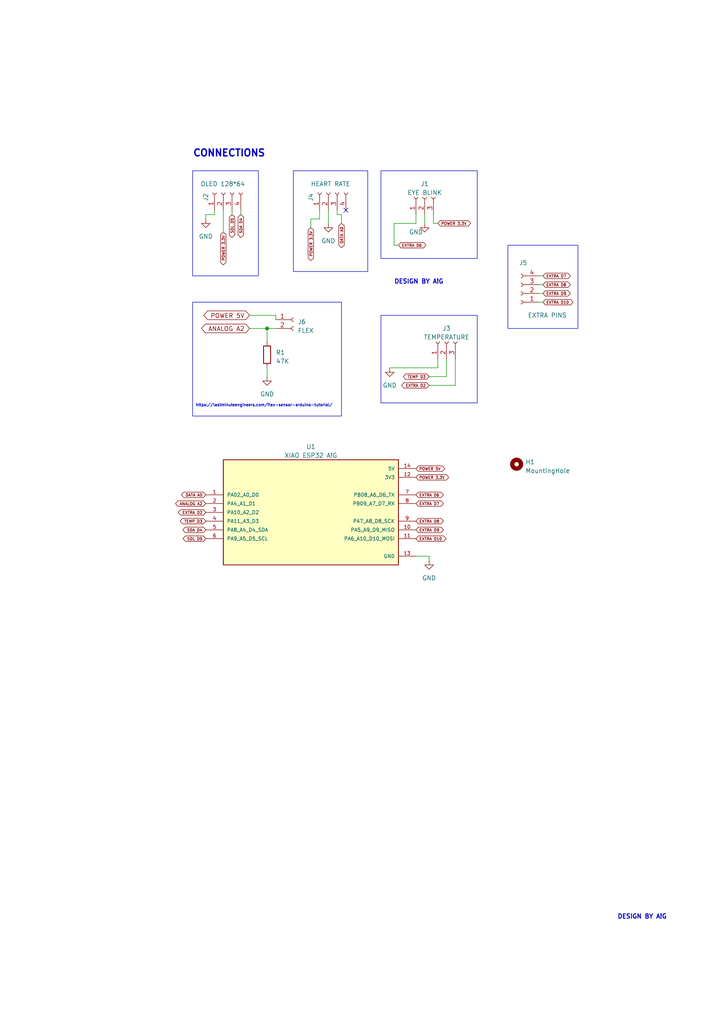
<source format=kicad_sch>
(kicad_sch (version 20230121) (generator eeschema)
  (paper "A4" portrait)
  (title_block (title "MEDICAL DEVICE") (company "A!G "))
  (lib_symbols
    (symbol "102010388:102010388" (pin_names (offset 1.016))
      (property "Reference" "U1" (at 0 19.05 0))
      (property "Value" "XIAO ESP32 A!G" (at 0 16.51 0))
      (symbol "102010388_0_0"
        (rectangle (start -25.4 -15.24) (end 25.4 15.24) (stroke (width 0.254)) (fill (type background)))
        (pin bidirectional line (at -30.48 5.08 0) (length 5.08) (name "PA02_A0_D0") (number "1"))
        (pin bidirectional line (at 30.48 -5.08 180) (length 5.08) (name "PA5_A9_D9_MISO") (number "10"))
        (pin bidirectional line (at 30.48 -7.62 180) (length 5.08) (name "PA6_A10_D10_MOSI") (number "11"))
        (pin power_in line (at 30.48 10.16 180) (length 5.08) (name "3V3") (number "12"))
        (pin power_in line (at 30.48 -12.7 180) (length 5.08) (name "GND") (number "13"))
        (pin power_in line (at 30.48 12.7 180) (length 5.08) (name "5V") (number "14"))
        (pin bidirectional line (at -30.48 2.54 0) (length 5.08) (name "PA4_A1_D1") (number "2"))
        (pin bidirectional line (at -30.48 0 0) (length 5.08) (name "PA10_A2_D2") (number "3"))
        (pin bidirectional line (at -30.48 -2.54 0) (length 5.08) (name "PA11_A3_D3") (number "4"))
        (pin bidirectional line (at -30.48 -5.08 0) (length 5.08) (name "PA8_A4_D4_SDA") (number "5"))
        (pin bidirectional line (at -30.48 -7.62 0) (length 5.08) (name "PA9_A5_D5_SCL") (number "6"))
        (pin bidirectional line (at 30.48 5.08 180) (length 5.08) (name "PB08_A6_D6_TX") (number "7"))
        (pin bidirectional line (at 30.48 2.54 180) (length 5.08) (name "PB09_A7_D7_RX") (number "8"))
        (pin bidirectional line (at 30.48 -2.54 180) (length 5.08) (name "PA7_A8_D8_SCK") (number "9"))
      )
    )
    (symbol "Connector:Conn_01x02_Socket" (pin_names (offset 1.016) hide)
      (property "Reference" "J" (at 0 2.54 0))
      (property "Value" "Conn_01x02_Socket" (at 0 -5.08 0))
      (symbol "Conn_01x02_Socket_1_1"
        (arc (start 0 -2.032) (mid -0.5058 -2.54) (end 0 -3.048) (stroke (width 0.1524)))
        (polyline (pts (xy -1.27 -2.54) (xy -0.508 -2.54)) (stroke (width 0.1524)))
        (polyline (pts (xy -1.27 0) (xy -0.508 0)) (stroke (width 0.1524)))
        (arc (start 0 0.508) (mid -0.5058 0) (end 0 -0.508) (stroke (width 0.1524)))
        (pin passive line (at -5.08 0 0) (length 3.81) (name "Pin_1") (number "1"))
        (pin passive line (at -5.08 -2.54 0) (length 3.81) (name "Pin_2") (number "2"))
      )
    )
    (symbol "Connector:Conn_01x03_Socket" (pin_names (offset 1.016) hide)
      (property "Reference" "J" (at 0 5.08 0))
      (property "Value" "Conn_01x03_Socket" (at 0 -5.08 0))
      (symbol "Conn_01x03_Socket_1_1"
        (arc (start 0 -2.032) (mid -0.5058 -2.54) (end 0 -3.048) (stroke (width 0.1524)))
        (polyline (pts (xy -1.27 -2.54) (xy -0.508 -2.54)) (stroke (width 0.1524)))
        (polyline (pts (xy -1.27 0) (xy -0.508 0)) (stroke (width 0.1524)))
        (polyline (pts (xy -1.27 2.54) (xy -0.508 2.54)) (stroke (width 0.1524)))
        (arc (start 0 0.508) (mid -0.5058 0) (end 0 -0.508) (stroke (width 0.1524)))
        (arc (start 0 3.048) (mid -0.5058 2.54) (end 0 2.032) (stroke (width 0.1524)))
        (pin passive line (at -5.08 2.54 0) (length 3.81) (name "Pin_1") (number "1"))
        (pin passive line (at -5.08 0 0) (length 3.81) (name "Pin_2") (number "2"))
        (pin passive line (at -5.08 -2.54 0) (length 3.81) (name "Pin_3") (number "3"))
      )
    )
    (symbol "Connector:Conn_01x04_Socket" (pin_names (offset 1.016) hide)
      (property "Reference" "J" (at 0 5.08 0))
      (property "Value" "Conn_01x04_Socket" (at 0 -7.62 0))
      (symbol "Conn_01x04_Socket_1_1"
        (arc (start 0 -4.572) (mid -0.5058 -5.08) (end 0 -5.588) (stroke (width 0.1524)))
        (arc (start 0 -2.032) (mid -0.5058 -2.54) (end 0 -3.048) (stroke (width 0.1524)))
        (polyline (pts (xy -1.27 -5.08) (xy -0.508 -5.08)) (stroke (width 0.1524)))
        (polyline (pts (xy -1.27 -2.54) (xy -0.508 -2.54)) (stroke (width 0.1524)))
        (polyline (pts (xy -1.27 0) (xy -0.508 0)) (stroke (width 0.1524)))
        (polyline (pts (xy -1.27 2.54) (xy -0.508 2.54)) (stroke (width 0.1524)))
        (arc (start 0 0.508) (mid -0.5058 0) (end 0 -0.508) (stroke (width 0.1524)))
        (arc (start 0 3.048) (mid -0.5058 2.54) (end 0 2.032) (stroke (width 0.1524)))
        (pin passive line (at -5.08 2.54 0) (length 3.81) (name "Pin_1") (number "1"))
        (pin passive line (at -5.08 0 0) (length 3.81) (name "Pin_2") (number "2"))
        (pin passive line (at -5.08 -2.54 0) (length 3.81) (name "Pin_3") (number "3"))
        (pin passive line (at -5.08 -5.08 0) (length 3.81) (name "Pin_4") (number "4"))
      )
    )
    (symbol "Device:R" (pin_numbers hide) (pin_names (offset 0))
      (property "Reference" "R" (at 2.032 0 90))
      (property "Value" "R" (at 0 0 90))
      (symbol "R_0_1"
        (rectangle (start -1.016 -2.54) (end 1.016 2.54) (stroke (width 0.254)))
      )
      (symbol "R_1_1"
        (pin passive line (at 0 3.81 270) (length 1.27) (name "~") (number "1"))
        (pin passive line (at 0 -3.81 90) (length 1.27) (name "~") (number "2"))
      )
    )
    (symbol "Mechanical:MountingHole" (pin_names (offset 1.016))
      (property "Reference" "H" (at 0 5.08 0))
      (property "Value" "MountingHole" (at 0 3.175 0))
      (symbol "MountingHole_0_1"
        (circle (center 0 0) (radius 1.27) (stroke (width 1.27)))
      )
    )
    (symbol "power:GND" (power) (pin_names (offset 0))
      (property "Value" "GND" (at 0 -3.81 0))
      (symbol "GND_0_1"
        (polyline (pts (xy 0 0) (xy 0 -1.27) (xy 1.27 -1.27) (xy 0 -2.54) (xy -1.27 -1.27) (xy 0 -1.27)))
      )
      (symbol "GND_1_1"
        (pin power_in line (at 0 0 270) (length 0) hide (name "GND") (number "1"))
      )
    )
  )
  (junction (at 77.47 95.25))
  (no_connect (at 100.33 60.96))
  (wire (pts (xy 156.21 87.63) (xy 157.48 87.63)))
  (wire (pts (xy 77.47 95.25) (xy 80.01 95.25)))
  (wire (pts (xy 64.77 60.96) (xy 64.77 67.31)))
  (wire (pts (xy 77.47 106.68) (xy 77.47 109.22)))
  (wire (pts (xy 72.39 95.25) (xy 77.47 95.25)))
  (wire (pts (xy 120.65 62.23) (xy 120.65 64.77)))
  (wire (pts (xy 95.25 60.96) (xy 95.25 64.77)))
  (wire (pts (xy 90.17 63.5) (xy 90.17 66.04)))
  (wire (pts (xy 114.3 64.77) (xy 114.3 71.12)))
  (wire (pts (xy 80.01 92.71) (xy 80.01 91.44)))
  (wire (pts (xy 125.73 64.77) (xy 127 64.77)))
  (wire (pts (xy 80.01 91.44) (xy 72.39 91.44)))
  (wire (pts (xy 77.47 95.25) (xy 77.47 99.06)))
  (wire (pts (xy 156.21 82.55) (xy 157.48 82.55)))
  (wire (pts (xy 92.71 63.5) (xy 92.71 60.96)))
  (wire (pts (xy 123.19 62.23) (xy 123.19 64.77)))
  (wire (pts (xy 127 106.68) (xy 127 104.14)))
  (wire (pts (xy 69.85 60.96) (xy 69.85 62.23)))
  (wire (pts (xy 129.54 104.14) (xy 129.54 109.22)))
  (wire (pts (xy 124.46 162.56) (xy 124.46 161.29)))
  (wire (pts (xy 62.23 62.23) (xy 59.69 62.23)))
  (wire (pts (xy 90.17 63.5) (xy 92.71 63.5)))
  (wire (pts (xy 124.46 109.22) (xy 129.54 109.22)))
  (wire (pts (xy 156.21 85.09) (xy 157.48 85.09)))
  (wire (pts (xy 97.79 62.23) (xy 99.06 62.23)))
  (wire (pts (xy 113.03 106.68) (xy 127 106.68)))
  (wire (pts (xy 124.46 111.76) (xy 132.08 111.76)))
  (wire (pts (xy 67.31 60.96) (xy 67.31 62.23)))
  (wire (pts (xy 125.73 62.23) (xy 125.73 64.77)))
  (wire (pts (xy 124.46 161.29) (xy 120.65 161.29)))
  (wire (pts (xy 114.3 64.77) (xy 120.65 64.77)))
  (wire (pts (xy 156.21 80.01) (xy 157.48 80.01)))
  (wire (pts (xy 59.69 62.23) (xy 59.69 63.5)))
  (wire (pts (xy 132.08 111.76) (xy 132.08 104.14)))
  (wire (pts (xy 97.79 60.96) (xy 97.79 62.23)))
  (wire (pts (xy 114.3 71.12) (xy 115.57 71.12)))
  (wire (pts (xy 62.23 60.96) (xy 62.23 62.23)))
  (wire (pts (xy 99.06 62.23) (xy 99.06 64.77)))
  (rectangle (start 55.88 87.63) (end 99.06 120.65))
  (rectangle (start 55.88 49.53) (end 74.93 80.01))
  (rectangle (start 147.32 71.12) (end 167.64 95.25))
  (rectangle (start 85.09 49.53) (end 106.68 78.74))
  (rectangle (start 110.49 49.53) (end 138.43 74.93))
  (rectangle (start 110.49 91.44) (end 138.43 116.84))
  (text "DESIGN BY A!G\n" (at 114.3 82.55 0) (effects (font (size 1.27 1.27) (thickness 0.254) bold) (justify left bottom)))
  (text "CONNECTIONS" (at 55.88 45.72 0) (effects (font (size 2 2) (thickness 0.4) bold) (justify left bottom)))
  (text "DESIGN BY A!G\n" (at 179.07 266.7 0) (effects (font (size 1.27 1.27) (thickness 0.254) bold) (justify left bottom)))
  (text "https://lastminuteengineers.com/flex-sensor-arduino-tutorial/" (at 96.52 118.11 0) (effects (font (size 0.8 0.8) (thickness 0.16) bold) (justify right bottom)))
  (global_label "EXTRA D2" (shape bidirectional) (at 124.46 111.76 180) (effects (font (size 0.8 0.8))) (property "Intersheetrefs" "${INTERSHEET_REFS}" (effects hide)))
  (global_label "EXTRA D6" (shape bidirectional) (at 120.65 143.51 0) (effects (font (size 0.8 0.8))) (property "Intersheetrefs" "${INTERSHEET_REFS}" (effects hide)))
  (global_label "POWER 3.3V" (shape bidirectional) (at 120.65 138.43 0) (effects (font (size 0.8 0.8))) (property "Intersheetrefs" "${INTERSHEET_REFS}" (effects hide)))
  (global_label "POWER 3.3V" (shape bidirectional) (at 127 64.77 0) (effects (font (size 0.8 0.8))) (property "Intersheetrefs" "${INTERSHEET_REFS}" (effects hide)))
  (global_label "ANALOG A2" (shape bidirectional) (at 72.39 95.25 180) (property "Intersheetrefs" "${INTERSHEET_REFS}" (effects hide)))
  (global_label "ANALOG A2" (shape bidirectional) (at 59.69 146.05 180) (effects (font (size 0.8 0.8))) (property "Intersheetrefs" "${INTERSHEET_REFS}" (effects hide)))
  (global_label "SDL D5" (shape bidirectional) (at 67.31 62.23 270) (effects (font (size 0.8 0.8))) (property "Intersheetrefs" "${INTERSHEET_REFS}" (effects hide)))
  (global_label "EXTRA D6" (shape bidirectional) (at 115.57 71.12 0) (effects (font (size 0.8 0.8))) (property "Intersheetrefs" "${INTERSHEET_REFS}" (effects hide)))
  (global_label "POWER 5V" (shape bidirectional) (at 120.65 135.89 0) (effects (font (size 0.8 0.8))) (property "Intersheetrefs" "${INTERSHEET_REFS}" (effects hide)))
  (global_label "TEMP D3" (shape bidirectional) (at 124.46 109.22 180) (effects (font (size 0.8 0.8))) (property "Intersheetrefs" "${INTERSHEET_REFS}" (effects hide)))
  (global_label "SDA D4" (shape bidirectional) (at 59.69 153.67 180) (effects (font (size 0.8 0.8))) (property "Intersheetrefs" "${INTERSHEET_REFS}" (effects hide)))
  (global_label "POWER 3.3V" (shape bidirectional) (at 90.17 66.04 270) (effects (font (size 0.8 0.8))) (property "Intersheetrefs" "${INTERSHEET_REFS}" (effects hide)))
  (global_label "EXTRA D7" (shape bidirectional) (at 157.48 80.01 0) (effects (font (size 0.8 0.8))) (property "Intersheetrefs" "${INTERSHEET_REFS}" (effects hide)))
  (global_label "EXTRA D2" (shape bidirectional) (at 59.69 148.59 180) (effects (font (size 0.8 0.8))) (property "Intersheetrefs" "${INTERSHEET_REFS}" (effects hide)))
  (global_label "EXTRA D10" (shape bidirectional) (at 120.65 156.21 0) (effects (font (size 0.8 0.8))) (property "Intersheetrefs" "${INTERSHEET_REFS}" (effects hide)))
  (global_label "DATA A0" (shape bidirectional) (at 99.06 64.77 270) (effects (font (size 0.8 0.8))) (property "Intersheetrefs" "${INTERSHEET_REFS}" (effects hide)))
  (global_label "EXTRA D8" (shape bidirectional) (at 120.65 151.13 0) (effects (font (size 0.8 0.8))) (property "Intersheetrefs" "${INTERSHEET_REFS}" (effects hide)))
  (global_label "EXTRA D9" (shape bidirectional) (at 157.48 85.09 0) (effects (font (size 0.8 0.8))) (property "Intersheetrefs" "${INTERSHEET_REFS}" (effects hide)))
  (global_label "POWER 5V" (shape bidirectional) (at 72.39 91.44 180) (property "Intersheetrefs" "${INTERSHEET_REFS}" (effects hide)))
  (global_label "SDA D4" (shape bidirectional) (at 69.85 62.23 270) (effects (font (size 0.8 0.8))) (property "Intersheetrefs" "${INTERSHEET_REFS}" (effects hide)))
  (global_label "EXTRA D10" (shape bidirectional) (at 157.48 87.63 0) (effects (font (size 0.8 0.8))) (property "Intersheetrefs" "${INTERSHEET_REFS}" (effects hide)))
  (global_label "DATA A0" (shape bidirectional) (at 59.69 143.51 180) (effects (font (size 0.8 0.8))) (property "Intersheetrefs" "${INTERSHEET_REFS}" (effects hide)))
  (global_label "EXTRA D7" (shape bidirectional) (at 120.65 146.05 0) (effects (font (size 0.8 0.8))) (property "Intersheetrefs" "${INTERSHEET_REFS}" (effects hide)))
  (global_label "SDL D5" (shape bidirectional) (at 59.69 156.21 180) (effects (font (size 0.8 0.8))) (property "Intersheetrefs" "${INTERSHEET_REFS}" (effects hide)))
  (global_label "EXTRA D8" (shape bidirectional) (at 157.48 82.55 0) (effects (font (size 0.8 0.8))) (property "Intersheetrefs" "${INTERSHEET_REFS}" (effects hide)))
  (global_label "EXTRA D9" (shape bidirectional) (at 120.65 153.67 0) (effects (font (size 0.8 0.8))) (property "Intersheetrefs" "${INTERSHEET_REFS}" (effects hide)))
  (global_label "POWER 3.3V" (shape bidirectional) (at 64.77 67.31 270) (effects (font (size 0.8 0.8))) (property "Intersheetrefs" "${INTERSHEET_REFS}" (effects hide)))
  (global_label "TEMP D3" (shape bidirectional) (at 59.69 151.13 180) (effects (font (size 0.8 0.8))) (property "Intersheetrefs" "${INTERSHEET_REFS}" (effects hide)))
  (symbol (lib_id "Connector:Conn_01x04_Socket") (at 151.13 85.09 180) (unit 1)
    (property "Reference" "J5" (at 151.765 76.2 0))
    (property "Value" "EXTRA PINS" (at 158.75 91.44 0))
    (property "Footprint" "Connector_PinSocket_2.54mm:PinSocket_1x04_P2.54mm_Vertical" (effects hide))
  )
  (symbol (lib_id "Connector:Conn_01x03_Socket") (at 129.54 99.06 90) (unit 1)
    (property "Reference" "J3" (at 129.54 95.25 90))
    (property "Value" "TEMPERATURE" (at 129.54 97.79 90))
    (property "Footprint" "Connector_PinSocket_2.54mm:PinSocket_1x03_P2.54mm_Vertical" (effects hide))
  )
  (symbol (lib_id "power:GND") (at 113.03 106.68 0) (unit 1)
    (property "Reference" "#PWR01" (effects hide))
    (property "Value" "GND" (at 113.03 111.76 0))
  )
  (symbol (lib_id "Connector:Conn_01x04_Socket") (at 95.25 55.88 90) (unit 1)
    (property "Reference" "J4" (at 90.17 58.42 0) (effects (justify left)))
    (property "Value" "HEART RATE" (at 101.6 53.34 90) (effects (justify left)))
    (property "Footprint" "Connector_PinSocket_2.54mm:PinSocket_1x04_P2.54mm_Vertical" (effects hide))
  )
  (symbol (lib_id "power:GND") (at 124.46 162.56 0) (unit 1)
    (property "Reference" "#PWR06" (effects hide))
    (property "Value" "GND" (at 124.46 167.64 0))
  )
  (symbol (lib_id "power:GND") (at 123.19 64.77 0) (unit 1)
    (property "Reference" "#PWR03" (effects hide))
    (property "Value" "GND" (at 120.65 67.31 0))
  )
  (symbol (lib_id "power:GND") (at 59.69 63.5 0) (unit 1)
    (property "Reference" "#PWR02" (effects hide))
    (property "Value" "GND" (at 59.69 68.58 0))
  )
  (symbol (lib_id "102010388:102010388") (at 90.17 148.59 0) (unit 1)
    (property "Reference" "U1" (at 90.17 129.54 0))
    (property "Value" "XIAO ESP32 A!G" (at 90.17 132.08 0))
    (property "Footprint" "xiao esp32:MODULE_102010388" (effects hide))
    (property "MF" "seeed technology limited" (effects hide))
    (property "MAXIMUM_PACKAGE_HEIGHT" "N/A" (effects hide))
    (property "Package" "None" (effects hide))
    (property "Price" "None" (effects hide))
    (property "Check_prices" "https://www.snapeda.com/parts/102010388/Techno/view-part/?ref=eda" (effects hide))
    (property "STANDARD" "Manufacturer Recommendations" (effects hide))
    (property "PARTREV" "N/A" (effects hide))
    (property "SnapEDA_Link" "https://www.snapeda.com/parts/102010388/Techno/view-part/?ref=snap" (effects hide))
    (property "MP" "102010388" (effects hide))
    (property "Purchase-URL" "https://pricing.snapeda.com/search?q=102010388&ref=eda" (effects hide))
    (property "Description" "\nXIAO BOARD, ARM, ARDUINO BOARD; Silicon Manufacturer:Microchip; Core Architecture:ARM; Core Sub-Architecture:Cortex-M0+; Silicon Core Number:SAMD21G18; Silicon Family Name:SAMD21; For Use With:Arduino Board; Product Range:-\n" (effects hide))
    (property "MANUFACTURER" "Seeed Technology" (effects hide))
    (property "Availability" "In Stock" (effects hide))
    (property "SNAPEDA_PN" "102010388" (effects hide))
  )
  (symbol (lib_id "power:GND") (at 77.47 109.22 0) (unit 1)
    (property "Reference" "#PWR05" (effects hide))
    (property "Value" "GND" (at 77.47 114.3 0))
  )
  (symbol (lib_id "Connector:Conn_01x04_Socket") (at 64.77 55.88 90) (unit 1)
    (property "Reference" "J2" (at 59.69 58.42 0) (effects (justify left)))
    (property "Value" "OLED 128*64" (at 71.12 53.34 90) (effects (justify left)))
    (property "Footprint" "Connector_PinSocket_2.54mm:PinSocket_1x04_P2.54mm_Vertical" (effects hide))
  )
  (symbol (lib_id "Connector:Conn_01x03_Socket") (at 123.19 57.15 90) (unit 1)
    (property "Reference" "J1" (at 123.19 53.34 90))
    (property "Value" "EYE BLINK" (at 123.19 55.88 90))
    (property "Footprint" "Connector_PinSocket_2.54mm:PinSocket_1x03_P2.54mm_Vertical" (effects hide))
  )
  (symbol (lib_id "Mechanical:MountingHole") (at 149.86 134.62 0) (unit 1)
    (property "Reference" "H1" (at 152.4 133.985 0) (effects (justify left)))
    (property "Value" "MountingHole" (at 152.4 136.525 0) (effects (justify left)))
    (property "Footprint" "MountingHole:MountingHole_2.1mm" (effects hide))
  )
  (symbol (lib_id "power:GND") (at 95.25 64.77 0) (unit 1)
    (property "Reference" "#PWR04" (effects hide))
    (property "Value" "GND" (at 95.25 69.85 0))
  )
  (symbol (lib_id "Device:R") (at 77.47 102.87 0) (unit 1)
    (property "Reference" "R1" (at 80.01 102.235 0) (effects (justify left)))
    (property "Value" "47K" (at 80.01 104.775 0) (effects (justify left)))
    (property "Footprint" "Resistor_SMD:R_1206_3216Metric" (effects hide))
  )
  (symbol (lib_id "Connector:Conn_01x02_Socket") (at 85.09 92.71 0) (unit 1)
    (property "Reference" "J6" (at 86.36 93.345 0) (effects (justify left)))
    (property "Value" "FLEX" (at 86.36 95.885 0) (effects (justify left)))
    (property "Footprint" "Connector_PinSocket_2.54mm:PinSocket_1x02_P2.54mm_Vertical" (effects hide))
  )
)
</source>
